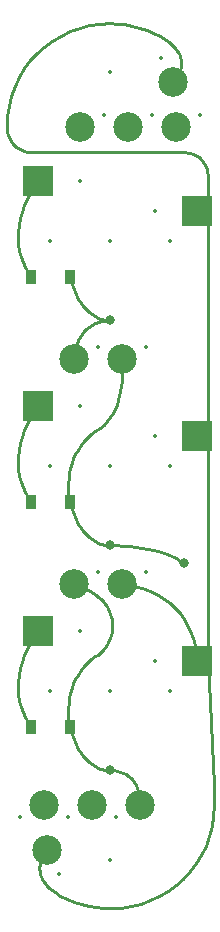
<source format=gtl>
%TF.GenerationSoftware,KiCad,Pcbnew,5.0.0+dfsg1-2*%
%TF.CreationDate,2019-02-10T19:26:03+01:00*%
%TF.ProjectId,yatara-puno-mx-3,7961746172612D70756E6F2D6D782D33,0.2*%
%TF.SameCoordinates,Original*%
%TF.FileFunction,Copper,L1,Top,Signal*%
%TF.FilePolarity,Positive*%
%FSLAX46Y46*%
G04 Gerber Fmt 4.6, Leading zero omitted, Abs format (unit mm)*
G04 Created by KiCad (PCBNEW 5.0.0+dfsg1-2) date Sun Feb 10 19:26:03 2019*
%MOMM*%
%LPD*%
G01*
G04 APERTURE LIST*
%ADD10R,0.900000X1.200000*%
%ADD11C,2.500000*%
%ADD12R,2.550000X2.500000*%
%ADD13C,0.800000*%
%ADD14C,0.250000*%
%ADD15C,0.350000*%
G04 APERTURE END LIST*
D10*
X67270000Y-46098000D03*
X70570000Y-46098000D03*
X67270000Y-65148000D03*
X70570000Y-65148000D03*
X67270000Y-84198000D03*
X70570000Y-84198000D03*
D11*
X71460000Y-33398000D03*
X79588000Y-33398000D03*
X75524000Y-33398000D03*
D12*
X81360000Y-40510000D03*
X67910000Y-37970000D03*
X81360000Y-78610000D03*
X67910000Y-76070000D03*
X67910000Y-57020000D03*
X81360000Y-59560000D03*
D11*
X76538000Y-90802000D03*
X72476000Y-90802000D03*
X68410000Y-90802000D03*
X79334000Y-29588000D03*
X68664000Y-94612000D03*
X75016000Y-72133000D03*
X70952000Y-53083000D03*
X75016000Y-53083000D03*
X70952000Y-72133000D03*
D13*
X74000000Y-49781000D03*
X74000000Y-68831000D03*
X80223000Y-70355000D03*
X74000000Y-87881000D03*
D14*
X67524000Y-38459000D02*
X67904000Y-37970000D01*
X67194000Y-38970000D02*
X67524000Y-38459000D01*
X66913000Y-39500000D02*
X67194000Y-38970000D01*
X66680000Y-40044000D02*
X66913000Y-39500000D01*
X66493000Y-40597000D02*
X66680000Y-40044000D01*
X66352000Y-41156000D02*
X66493000Y-40597000D01*
X66257000Y-41715000D02*
X66352000Y-41156000D01*
X66205000Y-42272000D02*
X66257000Y-41715000D01*
X66197000Y-42821000D02*
X66205000Y-42272000D01*
X66231000Y-43359000D02*
X66197000Y-42821000D01*
X66306000Y-43880000D02*
X66231000Y-43359000D01*
X66422000Y-44382000D02*
X66306000Y-43880000D01*
X66577000Y-44858000D02*
X66422000Y-44382000D01*
X66770000Y-45306000D02*
X66577000Y-44858000D01*
X67001000Y-45721000D02*
X66770000Y-45306000D01*
X67269000Y-46098000D02*
X67001000Y-45721000D01*
X67524000Y-57509000D02*
X67904000Y-57020000D01*
X67194000Y-58020000D02*
X67524000Y-57509000D01*
X66913000Y-58550000D02*
X67194000Y-58020000D01*
X66680000Y-59094000D02*
X66913000Y-58550000D01*
X66493000Y-59647000D02*
X66680000Y-59094000D01*
X66352000Y-60206000D02*
X66493000Y-59647000D01*
X66257000Y-60765000D02*
X66352000Y-60206000D01*
X66205000Y-61322000D02*
X66257000Y-60765000D01*
X66197000Y-61871000D02*
X66205000Y-61322000D01*
X66231000Y-62409000D02*
X66197000Y-61871000D01*
X66306000Y-62930000D02*
X66231000Y-62409000D01*
X66422000Y-63432000D02*
X66306000Y-62930000D01*
X66577000Y-63908000D02*
X66422000Y-63432000D01*
X66770000Y-64356000D02*
X66577000Y-63908000D01*
X67001000Y-64771000D02*
X66770000Y-64356000D01*
X67269000Y-65148000D02*
X67001000Y-64771000D01*
X67524000Y-76559000D02*
X67904000Y-76070000D01*
X67194000Y-77070000D02*
X67524000Y-76559000D01*
X66913000Y-77600000D02*
X67194000Y-77070000D01*
X66680000Y-78144000D02*
X66913000Y-77600000D01*
X66493000Y-78697000D02*
X66680000Y-78144000D01*
X66352000Y-79256000D02*
X66493000Y-78697000D01*
X66257000Y-79815000D02*
X66352000Y-79256000D01*
X66205000Y-80372000D02*
X66257000Y-79815000D01*
X66197000Y-80921000D02*
X66205000Y-80372000D01*
X66231000Y-81459000D02*
X66197000Y-80921000D01*
X66306000Y-81980000D02*
X66231000Y-81459000D01*
X66422000Y-82482000D02*
X66306000Y-81980000D01*
X66577000Y-82958000D02*
X66422000Y-82482000D01*
X66770000Y-83406000D02*
X66577000Y-82958000D01*
X67001000Y-83821000D02*
X66770000Y-83406000D01*
X67269000Y-84198000D02*
X67001000Y-83821000D01*
X79540000Y-29317000D02*
X79334000Y-29588000D01*
X79705000Y-29051000D02*
X79540000Y-29317000D01*
X79832000Y-28791000D02*
X79705000Y-29051000D01*
X79923000Y-28537000D02*
X79832000Y-28791000D01*
X79954000Y-28412000D02*
X79923000Y-28537000D01*
X79978000Y-28288000D02*
X79954000Y-28412000D01*
X79992000Y-28166000D02*
X79978000Y-28288000D01*
X79999000Y-28046000D02*
X79992000Y-28166000D01*
X79998000Y-27928000D02*
X79999000Y-28046000D01*
X79988000Y-27811000D02*
X79998000Y-27928000D01*
X79971000Y-27695000D02*
X79988000Y-27811000D01*
X79947000Y-27582000D02*
X79971000Y-27695000D01*
X79916000Y-27470000D02*
X79947000Y-27582000D01*
X79877000Y-27360000D02*
X79916000Y-27470000D01*
X79780000Y-27145000D02*
X79877000Y-27360000D01*
X79657000Y-26937000D02*
X79780000Y-27145000D01*
X79510000Y-26737000D02*
X79657000Y-26937000D01*
X79341000Y-26545000D02*
X79510000Y-26737000D01*
X79151000Y-26360000D02*
X79341000Y-26545000D01*
X78942000Y-26184000D02*
X79151000Y-26360000D01*
X78715000Y-26016000D02*
X78942000Y-26184000D01*
X78215000Y-25706000D02*
X78715000Y-26016000D01*
X77663000Y-25432000D02*
X78215000Y-25706000D01*
X77074000Y-25195000D02*
X77663000Y-25432000D01*
X76459000Y-24998000D02*
X77074000Y-25195000D01*
X75831000Y-24842000D02*
X76459000Y-24998000D01*
X75203000Y-24728000D02*
X75831000Y-24842000D01*
X74589000Y-24659000D02*
X75203000Y-24728000D01*
X74000000Y-24635000D02*
X74589000Y-24659000D01*
X73106000Y-24679000D02*
X74000000Y-24635000D01*
X72238000Y-24808000D02*
X73106000Y-24679000D01*
X71399000Y-25019000D02*
X72238000Y-24808000D01*
X70595000Y-25308000D02*
X71399000Y-25019000D01*
X69829000Y-25670000D02*
X70595000Y-25308000D01*
X69107000Y-26102000D02*
X69829000Y-25670000D01*
X68432000Y-26599000D02*
X69107000Y-26102000D01*
X67809000Y-27159000D02*
X68432000Y-26599000D01*
X67242000Y-27777000D02*
X67809000Y-27159000D01*
X66737000Y-28449000D02*
X67242000Y-27777000D01*
X66297000Y-29171000D02*
X66737000Y-28449000D01*
X65928000Y-29939000D02*
X66297000Y-29171000D01*
X65632000Y-30750000D02*
X65928000Y-29939000D01*
X65416000Y-31599000D02*
X65632000Y-30750000D01*
X65282000Y-32483000D02*
X65416000Y-31599000D01*
X65237000Y-33398000D02*
X65282000Y-32483000D01*
X65247000Y-33632000D02*
X65237000Y-33398000D01*
X65278000Y-33855000D02*
X65247000Y-33632000D01*
X65327000Y-34069000D02*
X65278000Y-33855000D01*
X65396000Y-34271000D02*
X65327000Y-34069000D01*
X65482000Y-34462000D02*
X65396000Y-34271000D01*
X65585000Y-34639000D02*
X65482000Y-34462000D01*
X65705000Y-34804000D02*
X65585000Y-34639000D01*
X65840000Y-34954000D02*
X65705000Y-34804000D01*
X65990000Y-35089000D02*
X65840000Y-34954000D01*
X66155000Y-35209000D02*
X65990000Y-35089000D01*
X66332000Y-35312000D02*
X66155000Y-35209000D01*
X66523000Y-35398000D02*
X66332000Y-35312000D01*
X66725000Y-35467000D02*
X66523000Y-35398000D01*
X66939000Y-35516000D02*
X66725000Y-35467000D01*
X67162000Y-35547000D02*
X66939000Y-35516000D01*
X67396000Y-35557000D02*
X67162000Y-35547000D01*
X80096000Y-35557000D02*
X67396000Y-35557000D01*
X80330000Y-35566000D02*
X80096000Y-35557000D01*
X80553000Y-35592000D02*
X80330000Y-35566000D01*
X80767000Y-35637000D02*
X80553000Y-35592000D01*
X80969000Y-35698000D02*
X80767000Y-35637000D01*
X81160000Y-35776000D02*
X80969000Y-35698000D01*
X81337000Y-35872000D02*
X81160000Y-35776000D01*
X81502000Y-35984000D02*
X81337000Y-35872000D01*
X81652000Y-36113000D02*
X81502000Y-35984000D01*
X81787000Y-36258000D02*
X81652000Y-36113000D01*
X81907000Y-36419000D02*
X81787000Y-36258000D01*
X82010000Y-36596000D02*
X81907000Y-36419000D01*
X82096000Y-36789000D02*
X82010000Y-36596000D01*
X82165000Y-36998000D02*
X82096000Y-36789000D01*
X82214000Y-37222000D02*
X82165000Y-36998000D01*
X82245000Y-37462000D02*
X82214000Y-37222000D01*
X82255000Y-37716000D02*
X82245000Y-37462000D01*
X82255000Y-40510000D02*
X82255000Y-37716000D01*
X82255000Y-59560000D02*
X82255000Y-40510000D01*
X82255000Y-78610000D02*
X82255000Y-59560000D01*
X82763000Y-89151000D02*
X82255000Y-78610000D01*
X82763000Y-90802000D02*
X82763000Y-89151000D01*
X81293000Y-77935000D02*
X81366000Y-78610000D01*
X81171000Y-77290000D02*
X81293000Y-77935000D01*
X81001000Y-76677000D02*
X81171000Y-77290000D01*
X80785000Y-76098000D02*
X81001000Y-76677000D01*
X80522000Y-75553000D02*
X80785000Y-76098000D01*
X80216000Y-75043000D02*
X80522000Y-75553000D01*
X79867000Y-74569000D02*
X80216000Y-75043000D01*
X79477000Y-74133000D02*
X79867000Y-74569000D01*
X79046000Y-73736000D02*
X79477000Y-74133000D01*
X78577000Y-73379000D02*
X79046000Y-73736000D01*
X78070000Y-73062000D02*
X78577000Y-73379000D01*
X77526000Y-72788000D02*
X78070000Y-73062000D01*
X76948000Y-72557000D02*
X77526000Y-72788000D01*
X76336000Y-72370000D02*
X76948000Y-72557000D01*
X75691000Y-72228000D02*
X76336000Y-72370000D01*
X75016000Y-72133000D02*
X75691000Y-72228000D01*
X68460000Y-94883000D02*
X68666000Y-94612000D01*
X68295000Y-95148000D02*
X68460000Y-94883000D01*
X68168000Y-95409000D02*
X68295000Y-95148000D01*
X68077000Y-95663000D02*
X68168000Y-95409000D01*
X68046000Y-95788000D02*
X68077000Y-95663000D01*
X68022000Y-95911000D02*
X68046000Y-95788000D01*
X68008000Y-96033000D02*
X68022000Y-95911000D01*
X68001000Y-96153000D02*
X68008000Y-96033000D01*
X68002000Y-96272000D02*
X68001000Y-96153000D01*
X68012000Y-96389000D02*
X68002000Y-96272000D01*
X68029000Y-96504000D02*
X68012000Y-96389000D01*
X68053000Y-96618000D02*
X68029000Y-96504000D01*
X68084000Y-96730000D02*
X68053000Y-96618000D01*
X68123000Y-96840000D02*
X68084000Y-96730000D01*
X68220000Y-97055000D02*
X68123000Y-96840000D01*
X68343000Y-97262000D02*
X68220000Y-97055000D01*
X68490000Y-97462000D02*
X68343000Y-97262000D01*
X68659000Y-97655000D02*
X68490000Y-97462000D01*
X68849000Y-97839000D02*
X68659000Y-97655000D01*
X69058000Y-98015000D02*
X68849000Y-97839000D01*
X69285000Y-98183000D02*
X69058000Y-98015000D01*
X69785000Y-98493000D02*
X69285000Y-98183000D01*
X70337000Y-98768000D02*
X69785000Y-98493000D01*
X70926000Y-99004000D02*
X70337000Y-98768000D01*
X71541000Y-99201000D02*
X70926000Y-99004000D01*
X72169000Y-99358000D02*
X71541000Y-99201000D01*
X72797000Y-99471000D02*
X72169000Y-99358000D01*
X73411000Y-99541000D02*
X72797000Y-99471000D01*
X74000000Y-99564000D02*
X73411000Y-99541000D01*
X74894000Y-99521000D02*
X74000000Y-99564000D01*
X75762000Y-99391000D02*
X74894000Y-99521000D01*
X76601000Y-99180000D02*
X75762000Y-99391000D01*
X77405000Y-98892000D02*
X76601000Y-99180000D01*
X78171000Y-98530000D02*
X77405000Y-98892000D01*
X78893000Y-98098000D02*
X78171000Y-98530000D01*
X79568000Y-97600000D02*
X78893000Y-98098000D01*
X80191000Y-97040000D02*
X79568000Y-97600000D01*
X80758000Y-96423000D02*
X80191000Y-97040000D01*
X81263000Y-95751000D02*
X80758000Y-96423000D01*
X81703000Y-95029000D02*
X81263000Y-95751000D01*
X82072000Y-94260000D02*
X81703000Y-95029000D01*
X82368000Y-93449000D02*
X82072000Y-94260000D01*
X82584000Y-92600000D02*
X82368000Y-93449000D01*
X82718000Y-91716000D02*
X82584000Y-92600000D01*
X82763000Y-90801000D02*
X82718000Y-91716000D01*
X70965000Y-52732000D02*
X70952000Y-53083000D01*
X71005000Y-52394000D02*
X70965000Y-52732000D01*
X71070000Y-52071000D02*
X71005000Y-52394000D01*
X71160000Y-51763000D02*
X71070000Y-52071000D01*
X71275000Y-51473000D02*
X71160000Y-51763000D01*
X71414000Y-51201000D02*
X71275000Y-51473000D01*
X71576000Y-50949000D02*
X71414000Y-51201000D01*
X71762000Y-50718000D02*
X71576000Y-50949000D01*
X71969000Y-50509000D02*
X71762000Y-50718000D01*
X72198000Y-50323000D02*
X71969000Y-50509000D01*
X72449000Y-50163000D02*
X72198000Y-50323000D01*
X72720000Y-50029000D02*
X72449000Y-50163000D01*
X73011000Y-49922000D02*
X72720000Y-50029000D01*
X73322000Y-49845000D02*
X73011000Y-49922000D01*
X73652000Y-49797000D02*
X73322000Y-49845000D01*
X74000000Y-49781000D02*
X73652000Y-49797000D01*
X73824000Y-49775000D02*
X74000000Y-49781000D01*
X73651000Y-49758000D02*
X73824000Y-49775000D01*
X73483000Y-49729000D02*
X73651000Y-49758000D01*
X73319000Y-49690000D02*
X73483000Y-49729000D01*
X73160000Y-49641000D02*
X73319000Y-49690000D01*
X73005000Y-49582000D02*
X73160000Y-49641000D01*
X72708000Y-49437000D02*
X73005000Y-49582000D01*
X72428000Y-49258000D02*
X72708000Y-49437000D01*
X72166000Y-49049000D02*
X72428000Y-49258000D01*
X71923000Y-48814000D02*
X72166000Y-49049000D01*
X71697000Y-48556000D02*
X71923000Y-48814000D01*
X71490000Y-48279000D02*
X71697000Y-48556000D01*
X71301000Y-47986000D02*
X71490000Y-48279000D01*
X70980000Y-47367000D02*
X71301000Y-47986000D01*
X70737000Y-46728000D02*
X70980000Y-47367000D01*
X70571000Y-46098000D02*
X70737000Y-46728000D01*
X70504000Y-64754000D02*
X70571000Y-65148000D01*
X70460000Y-64349000D02*
X70504000Y-64754000D01*
X70448000Y-63523000D02*
X70460000Y-64349000D01*
X70481000Y-63106000D02*
X70448000Y-63523000D01*
X70540000Y-62690000D02*
X70481000Y-63106000D01*
X70626000Y-62278000D02*
X70540000Y-62690000D01*
X70741000Y-61872000D02*
X70626000Y-62278000D01*
X70883000Y-61476000D02*
X70741000Y-61872000D01*
X71055000Y-61091000D02*
X70883000Y-61476000D01*
X71256000Y-60720000D02*
X71055000Y-61091000D01*
X71488000Y-60367000D02*
X71256000Y-60720000D01*
X71751000Y-60034000D02*
X71488000Y-60367000D01*
X72045000Y-59723000D02*
X71751000Y-60034000D01*
X72371000Y-59437000D02*
X72045000Y-59723000D01*
X72730000Y-59179000D02*
X72371000Y-59437000D01*
X73111000Y-58908000D02*
X72730000Y-59179000D01*
X73448000Y-58620000D02*
X73111000Y-58908000D01*
X73743000Y-58315000D02*
X73448000Y-58620000D01*
X73998000Y-57994000D02*
X73743000Y-58315000D01*
X74217000Y-57658000D02*
X73998000Y-57994000D01*
X74402000Y-57306000D02*
X74217000Y-57658000D01*
X74556000Y-56940000D02*
X74402000Y-57306000D01*
X74683000Y-56560000D02*
X74556000Y-56940000D01*
X74862000Y-55760000D02*
X74683000Y-56560000D01*
X74962000Y-54911000D02*
X74862000Y-55760000D01*
X75016000Y-53083000D02*
X74962000Y-54911000D01*
X73824000Y-68825000D02*
X74000000Y-68831000D01*
X73651000Y-68808000D02*
X73824000Y-68825000D01*
X73483000Y-68779000D02*
X73651000Y-68808000D01*
X73319000Y-68740000D02*
X73483000Y-68779000D01*
X73160000Y-68691000D02*
X73319000Y-68740000D01*
X73005000Y-68632000D02*
X73160000Y-68691000D01*
X72708000Y-68487000D02*
X73005000Y-68632000D01*
X72428000Y-68308000D02*
X72708000Y-68487000D01*
X72166000Y-68099000D02*
X72428000Y-68308000D01*
X71923000Y-67864000D02*
X72166000Y-68099000D01*
X71697000Y-67606000D02*
X71923000Y-67864000D01*
X71490000Y-67329000D02*
X71697000Y-67606000D01*
X71301000Y-67036000D02*
X71490000Y-67329000D01*
X70980000Y-66417000D02*
X71301000Y-67036000D01*
X70737000Y-65778000D02*
X70980000Y-66417000D01*
X70571000Y-65148000D02*
X70737000Y-65778000D01*
X79884000Y-70125000D02*
X80223000Y-70355000D01*
X79531000Y-69919000D02*
X79884000Y-70125000D01*
X78790000Y-69572000D02*
X79531000Y-69919000D01*
X78011000Y-69305000D02*
X78790000Y-69572000D01*
X77208000Y-69109000D02*
X78011000Y-69305000D01*
X75577000Y-68887000D02*
X77208000Y-69109000D01*
X74000000Y-68831000D02*
X75577000Y-68887000D01*
X73824000Y-87875000D02*
X74000000Y-87881000D01*
X73651000Y-87858000D02*
X73824000Y-87875000D01*
X73483000Y-87829000D02*
X73651000Y-87858000D01*
X73319000Y-87790000D02*
X73483000Y-87829000D01*
X73160000Y-87741000D02*
X73319000Y-87790000D01*
X73005000Y-87682000D02*
X73160000Y-87741000D01*
X72708000Y-87537000D02*
X73005000Y-87682000D01*
X72428000Y-87358000D02*
X72708000Y-87537000D01*
X72166000Y-87149000D02*
X72428000Y-87358000D01*
X71923000Y-86914000D02*
X72166000Y-87149000D01*
X71697000Y-86656000D02*
X71923000Y-86914000D01*
X71490000Y-86379000D02*
X71697000Y-86656000D01*
X71301000Y-86086000D02*
X71490000Y-86379000D01*
X70980000Y-85467000D02*
X71301000Y-86086000D01*
X70737000Y-84828000D02*
X70980000Y-85467000D01*
X70571000Y-84198000D02*
X70737000Y-84828000D01*
X70504000Y-83804000D02*
X70571000Y-84198000D01*
X70460000Y-83399000D02*
X70504000Y-83804000D01*
X70448000Y-82573000D02*
X70460000Y-83399000D01*
X70481000Y-82156000D02*
X70448000Y-82573000D01*
X70540000Y-81740000D02*
X70481000Y-82156000D01*
X70626000Y-81328000D02*
X70540000Y-81740000D01*
X70741000Y-80922000D02*
X70626000Y-81328000D01*
X70883000Y-80526000D02*
X70741000Y-80922000D01*
X71055000Y-80141000D02*
X70883000Y-80526000D01*
X71256000Y-79770000D02*
X71055000Y-80141000D01*
X71488000Y-79417000D02*
X71256000Y-79770000D01*
X71751000Y-79084000D02*
X71488000Y-79417000D01*
X72045000Y-78773000D02*
X71751000Y-79084000D01*
X72371000Y-78487000D02*
X72045000Y-78773000D01*
X72730000Y-78229000D02*
X72371000Y-78487000D01*
X72926000Y-78092000D02*
X72730000Y-78229000D01*
X73109000Y-77943000D02*
X72926000Y-78092000D01*
X73279000Y-77783000D02*
X73109000Y-77943000D01*
X73435000Y-77613000D02*
X73279000Y-77783000D01*
X73577000Y-77433000D02*
X73435000Y-77613000D01*
X73705000Y-77246000D02*
X73577000Y-77433000D01*
X73818000Y-77050000D02*
X73705000Y-77246000D01*
X73917000Y-76848000D02*
X73818000Y-77050000D01*
X74000000Y-76640000D02*
X73917000Y-76848000D01*
X74067000Y-76426000D02*
X74000000Y-76640000D01*
X74119000Y-76209000D02*
X74067000Y-76426000D01*
X74154000Y-75988000D02*
X74119000Y-76209000D01*
X74173000Y-75764000D02*
X74154000Y-75988000D01*
X74175000Y-75539000D02*
X74173000Y-75764000D01*
X74160000Y-75312000D02*
X74175000Y-75539000D01*
X74127000Y-75086000D02*
X74160000Y-75312000D01*
X74076000Y-74860000D02*
X74127000Y-75086000D01*
X74008000Y-74636000D02*
X74076000Y-74860000D01*
X73920000Y-74414000D02*
X74008000Y-74636000D01*
X73814000Y-74196000D02*
X73920000Y-74414000D01*
X73689000Y-73981000D02*
X73814000Y-74196000D01*
X73544000Y-73772000D02*
X73689000Y-73981000D01*
X73379000Y-73568000D02*
X73544000Y-73772000D01*
X73194000Y-73371000D02*
X73379000Y-73568000D01*
X72989000Y-73182000D02*
X73194000Y-73371000D01*
X72763000Y-73000000D02*
X72989000Y-73182000D01*
X72516000Y-72828000D02*
X72763000Y-73000000D01*
X72247000Y-72666000D02*
X72516000Y-72828000D01*
X71644000Y-72374000D02*
X72247000Y-72666000D01*
X70952000Y-72133000D02*
X71644000Y-72374000D01*
X76530000Y-90476000D02*
X76540000Y-90802000D01*
X76499000Y-90166000D02*
X76530000Y-90476000D01*
X76447000Y-89872000D02*
X76499000Y-90166000D01*
X76375000Y-89596000D02*
X76447000Y-89872000D01*
X76283000Y-89337000D02*
X76375000Y-89596000D01*
X76172000Y-89096000D02*
X76283000Y-89337000D01*
X76040000Y-88876000D02*
X76172000Y-89096000D01*
X75889000Y-88675000D02*
X76040000Y-88876000D01*
X75719000Y-88495000D02*
X75889000Y-88675000D01*
X75529000Y-88336000D02*
X75719000Y-88495000D01*
X75321000Y-88200000D02*
X75529000Y-88336000D01*
X75093000Y-88087000D02*
X75321000Y-88200000D01*
X74847000Y-87998000D02*
X75093000Y-88087000D01*
X74583000Y-87934000D02*
X74847000Y-87998000D01*
X74301000Y-87894000D02*
X74583000Y-87934000D01*
X74000000Y-87881000D02*
X74301000Y-87894000D01*
D15*
X74000000Y-49781000D03*
X74000000Y-68831000D03*
X80223000Y-70355000D03*
X74000000Y-87881000D03*
X71460000Y-33398000D03*
X79588000Y-33398000D03*
X75524000Y-33398000D03*
X77810000Y-40510000D03*
X71460000Y-37970000D03*
X68920000Y-43050000D03*
X79080000Y-43050000D03*
X74000000Y-43050000D03*
X77810000Y-78610000D03*
X71460000Y-76070000D03*
X68920000Y-81150000D03*
X79080000Y-81150000D03*
X74000000Y-81150000D03*
X74000000Y-62100000D03*
X79080000Y-62100000D03*
X68920000Y-62100000D03*
X71460000Y-57020000D03*
X77810000Y-59560000D03*
X76538000Y-90802000D03*
X72476000Y-90802000D03*
X68410000Y-90802000D03*
X79334000Y-29588000D03*
X68664000Y-94612000D03*
X75016000Y-72133000D03*
X70952000Y-53083000D03*
X75016000Y-53083000D03*
X70952000Y-72133000D03*
X77048000Y-52067000D03*
X72984000Y-52067000D03*
X77048000Y-71117000D03*
X72984000Y-71117000D03*
X69682000Y-96644000D03*
X66380000Y-91818000D03*
X74508000Y-91818000D03*
X70444000Y-91818000D03*
X81620000Y-32382000D03*
X77556000Y-32382000D03*
X73492000Y-32382000D03*
X74000000Y-95437500D03*
X74000000Y-28762500D03*
X78318000Y-27556000D03*
M02*

</source>
